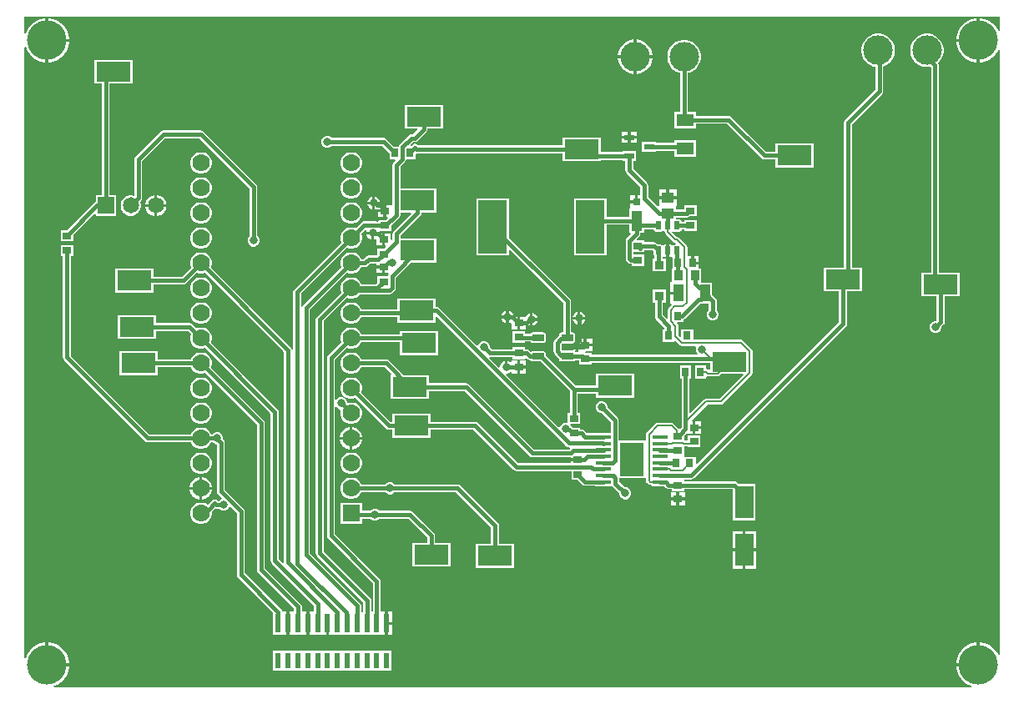
<source format=gbr>
G04*
G04 #@! TF.GenerationSoftware,Altium Limited,Altium Designer,22.4.2 (48)*
G04*
G04 Layer_Physical_Order=1*
G04 Layer_Color=255*
%FSLAX25Y25*%
%MOIN*%
G70*
G04*
G04 #@! TF.SameCoordinates,CF3C407C-0524-4A2E-8B94-90E9F096BC4F*
G04*
G04*
G04 #@! TF.FilePolarity,Positive*
G04*
G01*
G75*
%ADD12C,0.00787*%
%ADD17R,0.03543X0.02756*%
%ADD18R,0.02756X0.03543*%
%ADD19R,0.13780X0.07874*%
%ADD20R,0.03937X0.02362*%
%ADD21R,0.07087X0.05118*%
%ADD22R,0.03543X0.03150*%
%ADD23R,0.03150X0.03543*%
%ADD24R,0.07284X0.12992*%
G04:AMPARAMS|DCode=25|XSize=25.59mil|YSize=47.24mil|CornerRadius=1.92mil|HoleSize=0mil|Usage=FLASHONLY|Rotation=270.000|XOffset=0mil|YOffset=0mil|HoleType=Round|Shape=RoundedRectangle|*
%AMROUNDEDRECTD25*
21,1,0.02559,0.04341,0,0,270.0*
21,1,0.02175,0.04724,0,0,270.0*
1,1,0.00384,-0.02170,-0.01088*
1,1,0.00384,-0.02170,0.01088*
1,1,0.00384,0.02170,0.01088*
1,1,0.00384,0.02170,-0.01088*
%
%ADD25ROUNDEDRECTD25*%
G04:AMPARAMS|DCode=26|XSize=21.65mil|YSize=31.5mil|CornerRadius=1.95mil|HoleSize=0mil|Usage=FLASHONLY|Rotation=180.000|XOffset=0mil|YOffset=0mil|HoleType=Round|Shape=RoundedRectangle|*
%AMROUNDEDRECTD26*
21,1,0.02165,0.02760,0,0,180.0*
21,1,0.01776,0.03150,0,0,180.0*
1,1,0.00390,-0.00888,0.01380*
1,1,0.00390,0.00888,0.01380*
1,1,0.00390,0.00888,-0.01380*
1,1,0.00390,-0.00888,-0.01380*
%
%ADD26ROUNDEDRECTD26*%
G04:AMPARAMS|DCode=27|XSize=61.81mil|YSize=16.14mil|CornerRadius=2.02mil|HoleSize=0mil|Usage=FLASHONLY|Rotation=0.000|XOffset=0mil|YOffset=0mil|HoleType=Round|Shape=RoundedRectangle|*
%AMROUNDEDRECTD27*
21,1,0.06181,0.01211,0,0,0.0*
21,1,0.05778,0.01614,0,0,0.0*
1,1,0.00404,0.02889,-0.00605*
1,1,0.00404,-0.02889,-0.00605*
1,1,0.00404,-0.02889,0.00605*
1,1,0.00404,0.02889,0.00605*
%
%ADD27ROUNDEDRECTD27*%
%ADD28R,0.03543X0.03937*%
%ADD29R,0.11417X0.21260*%
%ADD30R,0.02362X0.06496*%
%ADD31R,0.02362X0.07284*%
%ADD32R,0.04331X0.07874*%
%ADD33R,0.03150X0.03150*%
%ADD34R,0.03740X0.03543*%
%ADD35R,0.03150X0.03543*%
%ADD36R,0.04331X0.06693*%
%ADD37R,0.05118X0.04331*%
%ADD65R,0.09764X0.13386*%
%ADD66C,0.01500*%
%ADD67C,0.07000*%
%ADD68R,0.07000X0.07000*%
%ADD69C,0.11811*%
%ADD70R,0.06500X0.06500*%
%ADD71C,0.06500*%
%ADD72C,0.15748*%
%ADD73C,0.03150*%
G36*
X391493Y264467D02*
X391003Y264369D01*
X390864Y264703D01*
X389893Y266157D01*
X388657Y267393D01*
X387203Y268364D01*
X385589Y269033D01*
X383874Y269374D01*
X383600D01*
Y260500D01*
Y251626D01*
X383874D01*
X385589Y251967D01*
X387203Y252636D01*
X388657Y253607D01*
X389893Y254843D01*
X390864Y256297D01*
X391003Y256631D01*
X391493Y256534D01*
Y14966D01*
X391003Y14869D01*
X390864Y15203D01*
X389893Y16657D01*
X388657Y17893D01*
X387203Y18864D01*
X385589Y19533D01*
X383874Y19874D01*
X383600D01*
Y11000D01*
X383000D01*
Y10400D01*
X374126D01*
Y10126D01*
X374467Y8411D01*
X375136Y6797D01*
X376107Y5343D01*
X377343Y4107D01*
X378797Y3136D01*
X380315Y2507D01*
X380216Y2007D01*
X13784D01*
X13685Y2507D01*
X15203Y3136D01*
X16657Y4107D01*
X17893Y5343D01*
X18864Y6797D01*
X19533Y8411D01*
X19874Y10126D01*
Y10400D01*
X11000D01*
Y11000D01*
X10400D01*
Y19874D01*
X10126D01*
X8411Y19533D01*
X6797Y18864D01*
X5343Y17893D01*
X4107Y16657D01*
X3136Y15203D01*
X2507Y13685D01*
X2007Y13784D01*
Y257716D01*
X2507Y257815D01*
X3136Y256297D01*
X4107Y254843D01*
X5343Y253607D01*
X6797Y252636D01*
X8411Y251967D01*
X10126Y251626D01*
X10400D01*
Y260500D01*
Y269374D01*
X10126D01*
X8411Y269033D01*
X6797Y268364D01*
X5343Y267393D01*
X4107Y266157D01*
X3136Y264703D01*
X2507Y263185D01*
X2007Y263284D01*
Y269993D01*
X391493D01*
Y264467D01*
D02*
G37*
%LPC*%
G36*
X382400Y269374D02*
X382126D01*
X380412Y269033D01*
X378797Y268364D01*
X377343Y267393D01*
X376107Y266157D01*
X375136Y264703D01*
X374467Y263088D01*
X374126Y261374D01*
Y261100D01*
X382400D01*
Y269374D01*
D02*
G37*
G36*
X11874D02*
X11600D01*
Y261100D01*
X19874D01*
Y261374D01*
X19533Y263088D01*
X18864Y264703D01*
X17893Y266157D01*
X16657Y267393D01*
X15203Y268364D01*
X13589Y269033D01*
X11874Y269374D01*
D02*
G37*
G36*
X246679Y260906D02*
X246599D01*
Y254600D01*
X252905D01*
Y254680D01*
X252639Y256014D01*
X252119Y257271D01*
X251363Y258402D01*
X250401Y259364D01*
X249270Y260120D01*
X248013Y260640D01*
X246679Y260906D01*
D02*
G37*
G36*
X245399D02*
X245319D01*
X243985Y260640D01*
X242728Y260120D01*
X241597Y259364D01*
X240635Y258402D01*
X239879Y257271D01*
X239359Y256014D01*
X239094Y254680D01*
Y254600D01*
X245399D01*
Y260906D01*
D02*
G37*
G36*
X382400Y259900D02*
X374126D01*
Y259626D01*
X374467Y257911D01*
X375136Y256297D01*
X376107Y254843D01*
X377343Y253607D01*
X378797Y252636D01*
X380412Y251967D01*
X382126Y251626D01*
X382400D01*
Y259900D01*
D02*
G37*
G36*
X19874D02*
X11600D01*
Y251626D01*
X11874D01*
X13589Y251967D01*
X15203Y252636D01*
X16657Y253607D01*
X17893Y254843D01*
X18864Y256297D01*
X19533Y257911D01*
X19874Y259626D01*
Y259900D01*
D02*
G37*
G36*
X252905Y253400D02*
X246599D01*
Y247094D01*
X246679D01*
X248013Y247360D01*
X249270Y247880D01*
X250401Y248636D01*
X251363Y249598D01*
X252119Y250729D01*
X252639Y251986D01*
X252905Y253320D01*
Y253400D01*
D02*
G37*
G36*
X245399D02*
X239094D01*
Y253320D01*
X239359Y251986D01*
X239879Y250729D01*
X240635Y249598D01*
X241597Y248636D01*
X242728Y247880D01*
X243985Y247360D01*
X245319Y247094D01*
X245399D01*
Y253400D01*
D02*
G37*
G36*
X246531Y223921D02*
X244162D01*
Y222340D01*
X246531D01*
Y223921D01*
D02*
G37*
G36*
X242962D02*
X240594D01*
Y222340D01*
X242962D01*
Y223921D01*
D02*
G37*
G36*
X270330Y220638D02*
X261668D01*
Y219567D01*
X254192D01*
Y219969D01*
X248680D01*
Y216032D01*
X254192D01*
Y216432D01*
X261668D01*
Y213945D01*
X270330D01*
Y220638D01*
D02*
G37*
G36*
X246531Y221140D02*
X244162D01*
Y219559D01*
X246531D01*
Y221140D01*
D02*
G37*
G36*
X242962D02*
X240594D01*
Y219559D01*
X242962D01*
Y221140D01*
D02*
G37*
G36*
X266158Y260693D02*
X264840D01*
X263547Y260436D01*
X262329Y259931D01*
X261233Y259199D01*
X260300Y258266D01*
X259568Y257170D01*
X259063Y255952D01*
X258806Y254659D01*
Y253341D01*
X259063Y252048D01*
X259568Y250830D01*
X260300Y249733D01*
X261233Y248801D01*
X262329Y248069D01*
X263547Y247564D01*
X263932Y247488D01*
Y232055D01*
X261668D01*
Y225362D01*
X270330D01*
Y227141D01*
X282642D01*
X296392Y213392D01*
X296900Y213052D01*
X297500Y212932D01*
X301822D01*
Y209776D01*
X317176D01*
Y219224D01*
X301822D01*
Y216068D01*
X298149D01*
X284400Y229817D01*
X283891Y230157D01*
X283291Y230276D01*
X270330D01*
Y232055D01*
X267067D01*
Y247488D01*
X267451Y247564D01*
X268669Y248069D01*
X269766Y248801D01*
X270698Y249733D01*
X271430Y250830D01*
X271935Y252048D01*
X272192Y253341D01*
Y254659D01*
X271935Y255952D01*
X271430Y257170D01*
X270698Y258266D01*
X269766Y259199D01*
X268669Y259931D01*
X267451Y260436D01*
X266158Y260693D01*
D02*
G37*
G36*
X133063Y215787D02*
X131935D01*
X130844Y215495D01*
X129867Y214931D01*
X129068Y214132D01*
X128504Y213155D01*
X128212Y212065D01*
Y210936D01*
X128504Y209845D01*
X129068Y208868D01*
X129867Y208069D01*
X130844Y207505D01*
X131935Y207213D01*
X133063D01*
X134154Y207505D01*
X135132Y208069D01*
X135930Y208868D01*
X136494Y209845D01*
X136786Y210936D01*
Y212065D01*
X136494Y213155D01*
X135930Y214132D01*
X135132Y214931D01*
X134154Y215495D01*
X133063Y215787D01*
D02*
G37*
G36*
X73063D02*
X71935D01*
X70844Y215495D01*
X69867Y214931D01*
X69068Y214132D01*
X68504Y213155D01*
X68212Y212065D01*
Y210936D01*
X68504Y209845D01*
X69068Y208868D01*
X69867Y208069D01*
X70844Y207505D01*
X71935Y207213D01*
X73063D01*
X74154Y207505D01*
X75132Y208069D01*
X75930Y208868D01*
X76494Y209845D01*
X76787Y210936D01*
Y212065D01*
X76494Y213155D01*
X75930Y214132D01*
X75132Y214931D01*
X74154Y215495D01*
X73063Y215787D01*
D02*
G37*
G36*
X262558Y200815D02*
X259599D01*
Y198250D01*
X262558D01*
Y200815D01*
D02*
G37*
G36*
X258399D02*
X255440D01*
Y198250D01*
X258399D01*
Y200815D01*
D02*
G37*
G36*
X133063Y205787D02*
X131935D01*
X130844Y205495D01*
X129867Y204931D01*
X129068Y204133D01*
X128504Y203155D01*
X128212Y202064D01*
Y200936D01*
X128504Y199845D01*
X129068Y198867D01*
X129867Y198069D01*
X130844Y197505D01*
X131935Y197213D01*
X133063D01*
X134154Y197505D01*
X135132Y198069D01*
X135930Y198867D01*
X136494Y199845D01*
X136786Y200936D01*
Y202064D01*
X136494Y203155D01*
X135930Y204133D01*
X135132Y204931D01*
X134154Y205495D01*
X133063Y205787D01*
D02*
G37*
G36*
X73063D02*
X71935D01*
X70844Y205495D01*
X69867Y204931D01*
X69068Y204133D01*
X68504Y203155D01*
X68212Y202064D01*
Y200936D01*
X68504Y199845D01*
X69068Y198867D01*
X69867Y198069D01*
X70844Y197505D01*
X71935Y197213D01*
X73063D01*
X74154Y197505D01*
X75132Y198069D01*
X75930Y198867D01*
X76494Y199845D01*
X76787Y200936D01*
Y202064D01*
X76494Y203155D01*
X75930Y204133D01*
X75132Y204931D01*
X74154Y205495D01*
X73063Y205787D01*
D02*
G37*
G36*
X245899Y198496D02*
X243924D01*
Y196521D01*
X245899D01*
Y198496D01*
D02*
G37*
G36*
X142100Y198005D02*
Y196100D01*
X144005D01*
X143899Y196494D01*
X143560Y197081D01*
X143081Y197560D01*
X142494Y197899D01*
X142100Y198005D01*
D02*
G37*
G36*
X140900D02*
X140506Y197899D01*
X139919Y197560D01*
X139440Y197081D01*
X139101Y196494D01*
X138995Y196100D01*
X140900D01*
Y198005D01*
D02*
G37*
G36*
X55099Y198739D02*
Y195100D01*
X58738D01*
X58460Y196141D01*
X57900Y197110D01*
X57109Y197901D01*
X56139Y198460D01*
X55099Y198739D01*
D02*
G37*
G36*
X53899D02*
X52859Y198460D01*
X51889Y197901D01*
X51098Y197110D01*
X50539Y196141D01*
X50260Y195100D01*
X53899D01*
Y198739D01*
D02*
G37*
G36*
X144275Y194900D02*
X142100D01*
Y192995D01*
X142494Y193101D01*
X142727Y193236D01*
X143126Y193006D01*
X145399D01*
Y194783D01*
X144365D01*
X144275Y194900D01*
D02*
G37*
G36*
X140900D02*
X138995D01*
X139101Y194506D01*
X139440Y193919D01*
X139919Y193440D01*
X140506Y193101D01*
X140900Y192995D01*
Y194900D01*
D02*
G37*
G36*
X45176Y252724D02*
X29822D01*
Y243276D01*
X32932D01*
Y198537D01*
X30462D01*
Y195951D01*
X30447Y195948D01*
X29939Y195608D01*
X18949Y184618D01*
X16441D01*
Y180287D01*
X21559D01*
Y182795D01*
X30000Y191236D01*
X30462Y191044D01*
Y190463D01*
X38537D01*
Y198537D01*
X36067D01*
Y243276D01*
X45176D01*
Y252724D01*
D02*
G37*
G36*
X58738Y193900D02*
X55099D01*
Y190261D01*
X56139Y190540D01*
X57109Y191099D01*
X57900Y191891D01*
X58460Y192860D01*
X58738Y193900D01*
D02*
G37*
G36*
X53899D02*
X50260D01*
X50539Y192860D01*
X51098Y191891D01*
X51889Y191099D01*
X52859Y190540D01*
X53899Y190261D01*
Y193900D01*
D02*
G37*
G36*
X145399Y191806D02*
X143227D01*
Y190028D01*
X145399D01*
Y191806D01*
D02*
G37*
G36*
X133063Y195787D02*
X131935D01*
X130844Y195495D01*
X129867Y194931D01*
X129068Y194132D01*
X128504Y193155D01*
X128212Y192064D01*
Y190936D01*
X128504Y189845D01*
X129068Y188867D01*
X129867Y188069D01*
X130844Y187505D01*
X131935Y187213D01*
X133063D01*
X134154Y187505D01*
X135132Y188069D01*
X135930Y188867D01*
X136494Y189845D01*
X136786Y190936D01*
Y192064D01*
X136494Y193155D01*
X135930Y194132D01*
X135132Y194931D01*
X134154Y195495D01*
X133063Y195787D01*
D02*
G37*
G36*
X73063D02*
X71935D01*
X70844Y195495D01*
X69867Y194931D01*
X69068Y194132D01*
X68504Y193155D01*
X68212Y192064D01*
Y190936D01*
X68504Y189845D01*
X69068Y188867D01*
X69867Y188069D01*
X70844Y187505D01*
X71935Y187213D01*
X73063D01*
X74154Y187505D01*
X75132Y188069D01*
X75930Y188867D01*
X76494Y189845D01*
X76787Y190936D01*
Y192064D01*
X76494Y193155D01*
X75930Y194132D01*
X75132Y194931D01*
X74154Y195495D01*
X73063Y195787D01*
D02*
G37*
G36*
X343658Y263193D02*
X342340D01*
X341047Y262936D01*
X339829Y262431D01*
X338733Y261699D01*
X337800Y260767D01*
X337068Y259670D01*
X336563Y258452D01*
X336306Y257159D01*
Y255841D01*
X336563Y254548D01*
X337068Y253330D01*
X337800Y252234D01*
X338733Y251301D01*
X339829Y250569D01*
X341047Y250064D01*
X341932Y249888D01*
Y240859D01*
X329892Y228819D01*
X329552Y228311D01*
X329433Y227711D01*
Y169724D01*
X321322D01*
Y160276D01*
X327432D01*
Y147873D01*
X270579Y91020D01*
X270117Y91212D01*
Y94059D01*
X265924D01*
X265891Y94088D01*
X265558Y94382D01*
X265558Y94580D01*
X265558D01*
Y98193D01*
X266940D01*
Y97882D01*
X272058D01*
Y102606D01*
X266940D01*
Y100602D01*
X265737D01*
X265721Y100613D01*
X265558Y100645D01*
Y102598D01*
X266313Y103353D01*
X266727Y103181D01*
Y103181D01*
X268899D01*
Y105756D01*
Y108331D01*
X268871D01*
X268680Y108793D01*
X274877Y114990D01*
X280191D01*
X280191Y114990D01*
X280652Y115082D01*
X281043Y115343D01*
X292422Y126722D01*
X292422Y126722D01*
X292683Y127113D01*
X292775Y127574D01*
Y136426D01*
X292775Y136426D01*
X292683Y136887D01*
X292422Y137278D01*
X289093Y140607D01*
X288702Y140868D01*
X288241Y140960D01*
X288241Y140960D01*
X271358D01*
X271358Y140960D01*
X270898Y140868D01*
X270817Y140814D01*
X269101D01*
Y145122D01*
X264377D01*
Y142265D01*
X263915Y142073D01*
X263219Y142769D01*
Y146404D01*
X263219Y146405D01*
X263127Y146865D01*
X262866Y147256D01*
X262866Y147256D01*
X262706Y147416D01*
X262898Y147878D01*
X265361D01*
Y148996D01*
X265860Y149329D01*
X271867Y155336D01*
X272399D01*
X272550Y155366D01*
X275432D01*
Y152773D01*
X274997Y152338D01*
X274638Y151470D01*
Y150530D01*
X274997Y149662D01*
X275662Y148997D01*
X276530Y148638D01*
X277470D01*
X278338Y148997D01*
X279003Y149662D01*
X279362Y150530D01*
Y151470D01*
X279003Y152338D01*
X278568Y152773D01*
Y156314D01*
X278448Y156914D01*
X278108Y157422D01*
X276767Y158764D01*
Y163634D01*
X272859D01*
X272405Y163744D01*
Y169256D01*
X271330D01*
Y170900D01*
X268952D01*
Y171500D01*
X268352D01*
Y174272D01*
X266810D01*
Y177828D01*
X266810Y177828D01*
X266718Y178289D01*
X266457Y178679D01*
X266457Y178679D01*
X263390Y181746D01*
X263000Y182007D01*
X262571Y182092D01*
X260731Y183932D01*
X260804Y184108D01*
X261400Y184260D01*
X261468Y184214D01*
X261852Y184138D01*
X263627D01*
X264010Y184214D01*
X264335Y184432D01*
X264552Y184757D01*
X264597Y184980D01*
X265440D01*
Y184382D01*
X270558D01*
Y188713D01*
X265440D01*
Y188115D01*
X264586D01*
X264552Y188283D01*
X264335Y188608D01*
X264010Y188825D01*
X263627Y188901D01*
X262346D01*
Y189783D01*
X266503D01*
X267103Y189902D01*
X267611Y190242D01*
X267657Y190287D01*
X270558D01*
Y194618D01*
X265440D01*
Y192918D01*
X262346D01*
X262346Y194072D01*
X262558Y194484D01*
X262558Y194715D01*
Y197050D01*
X255440D01*
Y194484D01*
X255443Y194478D01*
X255392Y194338D01*
X254813Y194210D01*
X251179Y197844D01*
Y202487D01*
X251060Y203087D01*
X250720Y203596D01*
X245130Y209186D01*
Y212291D01*
X246318D01*
Y216228D01*
X240806D01*
Y215827D01*
X232176D01*
Y221724D01*
X216822D01*
Y218567D01*
X159249D01*
X159134Y218682D01*
X159134Y218682D01*
X158626Y219022D01*
X158026Y219142D01*
X157426Y219022D01*
X156917Y218682D01*
X156509Y218274D01*
X156353Y218302D01*
X156184Y218839D01*
X157234Y219889D01*
X157877D01*
X158476Y220008D01*
X158985Y220348D01*
X162608Y223970D01*
X162947Y224479D01*
X163067Y225079D01*
Y225276D01*
X169176D01*
Y234724D01*
X153822D01*
Y225276D01*
X158826D01*
X159017Y224814D01*
X157227Y223024D01*
X156584D01*
X155984Y222904D01*
X155476Y222565D01*
X151853Y218942D01*
X151514Y218434D01*
X151439Y218059D01*
X149704D01*
X146655Y221108D01*
X146146Y221448D01*
X145546Y221568D01*
X124772D01*
X124337Y222003D01*
X123469Y222362D01*
X122529D01*
X121661Y222003D01*
X120996Y221338D01*
X120637Y220470D01*
Y219530D01*
X120996Y218662D01*
X121661Y217997D01*
X122529Y217638D01*
X123469D01*
X124337Y217997D01*
X124772Y218432D01*
X144897D01*
X147881Y215449D01*
Y212941D01*
X149941D01*
X150132Y212479D01*
X149463Y211810D01*
X149124Y211302D01*
X149004Y210702D01*
Y195187D01*
X148771Y194783D01*
X146599D01*
Y192405D01*
Y190028D01*
X147050D01*
X147242Y189566D01*
X146341Y188665D01*
X143440D01*
Y188299D01*
X142940Y188088D01*
X142414Y188192D01*
X137624D01*
X137024Y188073D01*
X136516Y187733D01*
X134232Y185450D01*
X134154Y185495D01*
X133063Y185787D01*
X131935D01*
X130844Y185495D01*
X129867Y184931D01*
X129068Y184133D01*
X128504Y183155D01*
X128212Y182064D01*
Y180936D01*
X128504Y179845D01*
X128549Y179767D01*
X109891Y161108D01*
X109551Y160600D01*
X109432Y160000D01*
Y53081D01*
X108932Y52814D01*
X108854Y52866D01*
Y136713D01*
X108735Y137312D01*
X108395Y137821D01*
X76449Y169767D01*
X76494Y169845D01*
X76787Y170936D01*
Y172064D01*
X76494Y173155D01*
X75930Y174133D01*
X75132Y174931D01*
X74154Y175495D01*
X73063Y175787D01*
X71935D01*
X70844Y175495D01*
X69867Y174931D01*
X69068Y174133D01*
X68504Y173155D01*
X68212Y172064D01*
Y170936D01*
X68504Y169845D01*
X68549Y169767D01*
X64850Y166068D01*
X53676D01*
Y169224D01*
X38322D01*
Y159776D01*
X53676D01*
Y162933D01*
X65499D01*
X66099Y163052D01*
X66607Y163392D01*
X70766Y167550D01*
X70844Y167505D01*
X71935Y167213D01*
X73063D01*
X74154Y167505D01*
X74232Y167550D01*
X105719Y136063D01*
Y51839D01*
X105752Y51671D01*
X105292Y51424D01*
X103568Y53148D01*
Y111999D01*
X103448Y112599D01*
X103108Y113108D01*
X76449Y139767D01*
X76494Y139845D01*
X76787Y140936D01*
Y142064D01*
X76494Y143155D01*
X75930Y144132D01*
X75132Y144931D01*
X74154Y145495D01*
X73063Y145787D01*
X71935D01*
X70844Y145495D01*
X70766Y145450D01*
X69108Y147108D01*
X68599Y147448D01*
X67999Y147567D01*
X54676D01*
Y150724D01*
X39322D01*
Y141276D01*
X54676D01*
Y144432D01*
X67350D01*
X68549Y143233D01*
X68504Y143155D01*
X68212Y142064D01*
Y140936D01*
X68504Y139845D01*
X69068Y138867D01*
X69867Y138069D01*
X70844Y137505D01*
X71935Y137213D01*
X73063D01*
X74154Y137505D01*
X74232Y137550D01*
X100433Y111350D01*
Y52499D01*
X100552Y51899D01*
X100892Y51391D01*
X117558Y34725D01*
Y32564D01*
X117369Y32142D01*
X115788D01*
Y27500D01*
Y22858D01*
X117369D01*
Y23071D01*
X120881D01*
Y22858D01*
X122462D01*
Y27500D01*
X123662D01*
Y22858D01*
X125243D01*
Y23071D01*
X132405D01*
X132905Y23071D01*
Y23071D01*
X132905D01*
Y23071D01*
X136342D01*
X136842Y23071D01*
Y23071D01*
X136842D01*
Y23071D01*
X140279D01*
X140779Y23071D01*
X141279Y23071D01*
X144503D01*
Y22858D01*
X146084D01*
Y27500D01*
Y32142D01*
X144503D01*
X144315Y32564D01*
Y44252D01*
X144195Y44852D01*
X143856Y45360D01*
X126067Y63148D01*
Y113938D01*
X126236Y114026D01*
X126567Y114092D01*
X127162Y113497D01*
X128030Y113138D01*
X128089D01*
X128393Y112741D01*
X128212Y112065D01*
Y110936D01*
X128504Y109845D01*
X129068Y108868D01*
X129867Y108069D01*
X130844Y107505D01*
X131935Y107213D01*
X133063D01*
X134154Y107505D01*
X135132Y108069D01*
X135930Y108868D01*
X136494Y109845D01*
X136786Y110936D01*
Y112065D01*
X136494Y113155D01*
X135930Y114132D01*
X135132Y114931D01*
X134154Y115495D01*
X133063Y115787D01*
X131935D01*
X131259Y115606D01*
X130862Y115911D01*
Y115970D01*
X130503Y116838D01*
X129838Y117503D01*
X128970Y117862D01*
X128030D01*
X127162Y117503D01*
X126567Y116908D01*
X126236Y116974D01*
X126067Y117061D01*
Y132852D01*
X130766Y137550D01*
X130844Y137505D01*
X131935Y137213D01*
X133063D01*
X134154Y137505D01*
X135132Y138069D01*
X135930Y138867D01*
X136494Y139845D01*
X136518Y139933D01*
X151822D01*
Y134776D01*
X167176D01*
Y144224D01*
X151822D01*
Y143068D01*
X136518D01*
X136494Y143155D01*
X135930Y144132D01*
X135132Y144931D01*
X134154Y145495D01*
X133063Y145787D01*
X131935D01*
X130844Y145495D01*
X129867Y144931D01*
X129068Y144132D01*
X128504Y143155D01*
X128212Y142064D01*
Y140936D01*
X128504Y139845D01*
X128549Y139767D01*
X123392Y134609D01*
X123052Y134101D01*
X122933Y133501D01*
Y62499D01*
X123052Y61899D01*
X123392Y61391D01*
X141180Y43603D01*
Y32609D01*
X140824Y32297D01*
X140680Y32273D01*
X140567Y32385D01*
Y36500D01*
X140447Y37100D01*
X140108Y37608D01*
X121567Y56148D01*
Y148352D01*
X130766Y157550D01*
X130844Y157505D01*
X131935Y157213D01*
X133063D01*
X134154Y157505D01*
X135132Y158069D01*
X135930Y158868D01*
X136044Y159064D01*
X147908D01*
X148507Y159184D01*
X149016Y159523D01*
X149917Y160424D01*
X150256Y160933D01*
X150376Y161532D01*
Y165660D01*
X156491Y171776D01*
X166676D01*
Y181224D01*
X152139D01*
Y182502D01*
X160108Y190470D01*
X160447Y190979D01*
X160567Y191579D01*
Y191776D01*
X166676D01*
Y201224D01*
X152139D01*
Y210052D01*
X154070Y211983D01*
X154410Y212492D01*
X154499Y212941D01*
X158117D01*
Y215019D01*
X158600Y215433D01*
X216822D01*
Y212276D01*
X232176D01*
Y212692D01*
X240806D01*
Y212291D01*
X241995D01*
Y208536D01*
X242114Y207937D01*
X242454Y207428D01*
X248044Y201838D01*
Y198496D01*
X247099D01*
Y195921D01*
X246499D01*
Y195321D01*
X243924D01*
Y193347D01*
X243546Y193165D01*
Y190008D01*
X234483D01*
Y197417D01*
X221491D01*
Y174583D01*
X234483D01*
Y186873D01*
X243546D01*
Y183716D01*
X244069D01*
X244260Y183255D01*
X242582Y181576D01*
X242242Y181067D01*
X242123Y180467D01*
Y173297D01*
X242242Y172697D01*
X242582Y172189D01*
X243135Y171636D01*
X243643Y171296D01*
X244243Y171177D01*
X244440D01*
Y170382D01*
X249558D01*
Y175106D01*
X245258D01*
Y175894D01*
X247869D01*
X248021Y175864D01*
X248172Y175894D01*
X249558D01*
Y176688D01*
X252834D01*
X253370Y176153D01*
Y175100D01*
X253446Y174717D01*
X253663Y174392D01*
X253691Y174373D01*
Y173260D01*
X252842D01*
Y168142D01*
X258157D01*
Y173260D01*
X256826D01*
Y173973D01*
X257031Y174101D01*
X257327Y174188D01*
X257645Y173975D01*
X258111Y173882D01*
X258399D01*
Y176480D01*
Y179078D01*
X258111D01*
X257645Y178986D01*
X257250Y178722D01*
X256641Y178711D01*
X256530Y178786D01*
X256147Y178862D01*
X255094D01*
X254573Y179383D01*
X254573Y179383D01*
X254064Y179723D01*
X253464Y179842D01*
X253368Y179823D01*
X249558D01*
Y180618D01*
X246711D01*
X246519Y181080D01*
X247607Y182168D01*
X247947Y182677D01*
X248067Y183277D01*
Y183716D01*
X249452D01*
Y184952D01*
X253407D01*
X253446Y184757D01*
X253663Y184432D01*
X253988Y184214D01*
X254371Y184138D01*
X256147D01*
X256530Y184214D01*
X256855Y184432D01*
X257403D01*
X257728Y184214D01*
X257795Y183961D01*
X257887Y183500D01*
X258148Y183109D01*
X261214Y180043D01*
X261214Y180043D01*
X261605Y179782D01*
X262034Y179696D01*
X262406Y179324D01*
X262215Y178862D01*
X261852D01*
X261468Y178786D01*
X261357Y178711D01*
X260748Y178722D01*
X260353Y178986D01*
X259887Y179078D01*
X259599D01*
Y176480D01*
Y173882D01*
X259887D01*
X260353Y173975D01*
X260381Y173994D01*
X260881Y173726D01*
Y169256D01*
X260594D01*
Y163847D01*
X260019D01*
Y160100D01*
X263184D01*
Y158900D01*
X260019D01*
Y155154D01*
X260289D01*
X260496Y154654D01*
X259392Y153549D01*
X259131Y153159D01*
X259039Y152698D01*
X259039Y152698D01*
Y149520D01*
X258577Y149328D01*
X257067Y150838D01*
Y155740D01*
X258157D01*
Y160858D01*
X252842D01*
Y155740D01*
X253932D01*
Y150189D01*
X254051Y149589D01*
X254391Y149081D01*
X257691Y145780D01*
Y145122D01*
X256897D01*
Y140004D01*
X261621D01*
Y140308D01*
X262083Y140499D01*
X263824Y138759D01*
X264214Y138498D01*
X264675Y138406D01*
X269984D01*
X270318Y137906D01*
X270138Y137470D01*
Y136530D01*
X270497Y135662D01*
X270848Y135312D01*
X270641Y134812D01*
X228558D01*
Y135606D01*
X226096D01*
X226009Y135740D01*
X226231Y136181D01*
X228771D01*
Y138156D01*
X223227D01*
Y136327D01*
X223227Y136181D01*
X222874Y135827D01*
X222286D01*
X222019Y136327D01*
X222099Y136447D01*
X222192Y136912D01*
Y137400D01*
X218806D01*
Y138600D01*
X222192D01*
Y139088D01*
X222099Y139553D01*
X221836Y139947D01*
X221730Y140018D01*
X221899Y140270D01*
X221975Y140653D01*
Y142828D01*
X221899Y143210D01*
X221683Y143534D01*
X221359Y143750D01*
X220976Y143826D01*
X220374D01*
Y156205D01*
X220254Y156805D01*
X219915Y157313D01*
X195507Y181721D01*
Y197417D01*
X182515D01*
Y174583D01*
X195507D01*
Y176634D01*
X195969Y176825D01*
X217239Y155555D01*
Y143826D01*
X216636D01*
X216254Y143750D01*
X215930Y143534D01*
X215713Y143210D01*
X215637Y142828D01*
Y142608D01*
X215205Y142319D01*
X213798Y140912D01*
X213458Y140404D01*
X213339Y139804D01*
Y136196D01*
X213458Y135596D01*
X213798Y135088D01*
X215205Y133681D01*
X215637Y133392D01*
Y133172D01*
X215713Y132790D01*
X215930Y132466D01*
X216254Y132250D01*
X216636Y132174D01*
X220976D01*
X221359Y132250D01*
X221683Y132466D01*
X221834Y132692D01*
X223440D01*
Y130882D01*
X228558D01*
Y131677D01*
X275823D01*
Y128870D01*
X275323Y128695D01*
X275167Y128851D01*
X274776Y129113D01*
X274315Y129204D01*
X274118Y129628D01*
Y130559D01*
X269787D01*
Y125441D01*
X274118D01*
Y125900D01*
X274234Y126011D01*
X274618Y126228D01*
X274948Y126163D01*
X278867D01*
X278867Y126163D01*
X279328Y126254D01*
X279719Y126515D01*
X280479Y127276D01*
X288916D01*
X289108Y126814D01*
X279693Y117399D01*
X274379D01*
X274378Y117399D01*
X273918Y117307D01*
X273527Y117046D01*
X273527Y117046D01*
X268077Y111596D01*
X267615Y111787D01*
Y125441D01*
X268213D01*
Y130559D01*
X263882D01*
Y125441D01*
X264480D01*
Y107863D01*
Y105953D01*
X263840Y105313D01*
X263301Y105402D01*
X261351Y107352D01*
X260961Y107613D01*
X260500Y107704D01*
X260500Y107704D01*
X254892D01*
X254431Y107613D01*
X254040Y107352D01*
X254040Y107352D01*
X250675Y103986D01*
X250414Y103596D01*
X250322Y103135D01*
X250322Y103135D01*
Y100917D01*
X250168Y100480D01*
X249822Y100480D01*
X239395D01*
Y108671D01*
X239276Y109271D01*
X238936Y109780D01*
X234861Y113855D01*
Y114470D01*
X234502Y115338D01*
X233837Y116003D01*
X232969Y116362D01*
X232029D01*
X231161Y116003D01*
X230497Y115338D01*
X230137Y114470D01*
Y113530D01*
X230497Y112662D01*
X231161Y111997D01*
X232029Y111638D01*
X232645D01*
X236260Y108022D01*
Y103711D01*
X236089Y103571D01*
X230311D01*
X230078Y103524D01*
X226692D01*
X225560Y104656D01*
X225052Y104996D01*
X224452Y105115D01*
X224058D01*
Y105713D01*
X221157D01*
X220857Y106013D01*
X220348Y106352D01*
X220261Y106370D01*
X220183Y106558D01*
X219954Y106787D01*
X220161Y107287D01*
X224058D01*
Y111618D01*
X223067D01*
Y119468D01*
X230323D01*
Y117776D01*
X245677D01*
Y127224D01*
X230323D01*
Y122603D01*
X222148D01*
X210361Y134390D01*
Y135347D01*
X210285Y135730D01*
X210068Y136054D01*
X209744Y136270D01*
X209362Y136346D01*
X205022D01*
X204640Y136270D01*
X204316Y136054D01*
X204273Y136049D01*
X203714Y136608D01*
X203205Y136948D01*
X202605Y137067D01*
X202058D01*
Y137862D01*
X196940D01*
Y137067D01*
X188648D01*
X187861Y137855D01*
Y138470D01*
X187502Y139338D01*
X186837Y140003D01*
X185969Y140362D01*
X185029D01*
X184161Y140003D01*
X183496Y139338D01*
X183229Y138693D01*
X182675Y138541D01*
X167607Y153608D01*
X167099Y153948D01*
X166499Y154068D01*
X166176D01*
Y157224D01*
X150822D01*
Y153068D01*
X136518D01*
X136494Y153155D01*
X135930Y154132D01*
X135132Y154931D01*
X134154Y155495D01*
X133063Y155787D01*
X131935D01*
X130844Y155495D01*
X129867Y154931D01*
X129068Y154132D01*
X128504Y153155D01*
X128212Y152065D01*
Y150936D01*
X128504Y149845D01*
X129068Y148867D01*
X129867Y148069D01*
X130844Y147505D01*
X131935Y147213D01*
X133063D01*
X134154Y147505D01*
X135132Y148069D01*
X135930Y148867D01*
X136494Y149845D01*
X136518Y149933D01*
X150822D01*
Y147776D01*
X166176D01*
Y149953D01*
X166638Y150144D01*
X218391Y98392D01*
X218899Y98052D01*
X219499Y97932D01*
X219731D01*
X219938Y97433D01*
X219573Y97067D01*
X205648D01*
X179607Y123108D01*
X179099Y123448D01*
X178499Y123567D01*
X163676D01*
Y126724D01*
X153491D01*
X147608Y132608D01*
X147099Y132948D01*
X146499Y133068D01*
X136518D01*
X136494Y133155D01*
X135930Y134133D01*
X135132Y134931D01*
X134154Y135495D01*
X133063Y135787D01*
X131935D01*
X130844Y135495D01*
X129867Y134931D01*
X129068Y134133D01*
X128504Y133155D01*
X128212Y132064D01*
Y130936D01*
X128504Y129845D01*
X129068Y128867D01*
X129867Y128069D01*
X130844Y127505D01*
X131935Y127213D01*
X133063D01*
X134154Y127505D01*
X135132Y128069D01*
X135930Y128867D01*
X136494Y129845D01*
X136518Y129932D01*
X145850D01*
X148596Y127186D01*
X148405Y126724D01*
X148322D01*
Y117276D01*
X163676D01*
Y120432D01*
X177850D01*
X203891Y94392D01*
X204399Y94052D01*
X204999Y93932D01*
X220222D01*
X220227Y93928D01*
Y93553D01*
X222999D01*
Y92353D01*
X220227D01*
Y91605D01*
X199111D01*
X183107Y107608D01*
X182599Y107948D01*
X181999Y108068D01*
X164176D01*
Y111224D01*
X148822D01*
Y108068D01*
X148148D01*
X136449Y119767D01*
X136494Y119845D01*
X136786Y120936D01*
Y122064D01*
X136494Y123155D01*
X135930Y124133D01*
X135132Y124931D01*
X134154Y125495D01*
X133063Y125787D01*
X131935D01*
X130844Y125495D01*
X129867Y124931D01*
X129068Y124133D01*
X128504Y123155D01*
X128212Y122064D01*
Y120936D01*
X128504Y119845D01*
X129068Y118868D01*
X129867Y118069D01*
X130844Y117505D01*
X131935Y117213D01*
X133063D01*
X134154Y117505D01*
X134232Y117550D01*
X146391Y105392D01*
X146899Y105052D01*
X147499Y104932D01*
X148822D01*
Y101776D01*
X164176D01*
Y104932D01*
X181350D01*
X197353Y88929D01*
X197862Y88589D01*
X198462Y88470D01*
X220440D01*
Y84882D01*
X222948D01*
X224895Y82935D01*
X225403Y82595D01*
X226003Y82476D01*
X230078D01*
X230311Y82429D01*
X236089D01*
X236475Y82506D01*
X236728Y82675D01*
X236971Y82311D01*
X239637Y79645D01*
Y79030D01*
X239997Y78162D01*
X240661Y77497D01*
X241529Y77138D01*
X242469D01*
X243337Y77497D01*
X244002Y78162D01*
X244361Y79030D01*
Y79970D01*
X244002Y80838D01*
X243337Y81503D01*
X242469Y81862D01*
X241854D01*
X239647Y84069D01*
Y85520D01*
X249822D01*
X250168Y85520D01*
X250322Y85084D01*
Y84505D01*
X250322Y84505D01*
X250414Y84044D01*
X250675Y83653D01*
X251136Y83192D01*
X251136Y83192D01*
X251527Y82931D01*
X251988Y82839D01*
X251988Y82839D01*
X252120D01*
X252196Y82725D01*
X252524Y82506D01*
X252909Y82429D01*
X255801D01*
X255855Y82419D01*
X257490D01*
X258261Y81647D01*
X258769Y81308D01*
X259369Y81188D01*
X260440D01*
Y80394D01*
X265558D01*
Y81188D01*
X284948D01*
X285070Y81067D01*
Y68717D01*
X293928D01*
Y83284D01*
X287287D01*
X286706Y83864D01*
X286197Y84204D01*
X285597Y84323D01*
X265558D01*
Y85035D01*
X268378D01*
X268978Y85154D01*
X269486Y85494D01*
X330107Y146115D01*
X330447Y146624D01*
X330567Y147223D01*
Y160276D01*
X336676D01*
Y169724D01*
X332568D01*
Y227062D01*
X344607Y239102D01*
X344947Y239610D01*
X345067Y240210D01*
Y250112D01*
X346169Y250569D01*
X347266Y251301D01*
X348198Y252234D01*
X348930Y253330D01*
X349435Y254548D01*
X349692Y255841D01*
Y257159D01*
X349435Y258452D01*
X348930Y259670D01*
X348198Y260767D01*
X347266Y261699D01*
X346169Y262431D01*
X344951Y262936D01*
X343658Y263193D01*
D02*
G37*
G36*
X72500Y224568D02*
X57500D01*
X56900Y224448D01*
X56392Y224108D01*
X46392Y214108D01*
X46052Y213600D01*
X45932Y213000D01*
Y198706D01*
X45536Y198402D01*
X45031Y198537D01*
X43968D01*
X42941Y198262D01*
X42020Y197731D01*
X41268Y196979D01*
X40737Y196058D01*
X40462Y195031D01*
Y193968D01*
X40737Y192942D01*
X41268Y192021D01*
X42020Y191269D01*
X42941Y190738D01*
X43968Y190463D01*
X45031D01*
X46058Y190738D01*
X46978Y191269D01*
X47730Y192021D01*
X48261Y192942D01*
X48537Y193968D01*
Y195031D01*
X48264Y196048D01*
X48608Y196393D01*
X48948Y196901D01*
X49068Y197501D01*
Y212351D01*
X58149Y221432D01*
X71851D01*
X91932Y201351D01*
Y182273D01*
X91497Y181838D01*
X91138Y180970D01*
Y180030D01*
X91497Y179162D01*
X92162Y178497D01*
X93030Y178138D01*
X93970D01*
X94838Y178497D01*
X95503Y179162D01*
X95862Y180030D01*
Y180970D01*
X95503Y181838D01*
X95068Y182273D01*
Y202000D01*
X94948Y202600D01*
X94608Y203108D01*
X73608Y224108D01*
X73100Y224448D01*
X73000Y224468D01*
X72500Y224568D01*
D02*
G37*
G36*
X73063Y185787D02*
X71935D01*
X70844Y185495D01*
X69867Y184931D01*
X69068Y184133D01*
X68504Y183155D01*
X68212Y182064D01*
Y180936D01*
X68504Y179845D01*
X69068Y178867D01*
X69867Y178069D01*
X70844Y177505D01*
X71935Y177213D01*
X73063D01*
X74154Y177505D01*
X75132Y178069D01*
X75930Y178867D01*
X76494Y179845D01*
X76787Y180936D01*
Y182064D01*
X76494Y183155D01*
X75930Y184133D01*
X75132Y184931D01*
X74154Y185495D01*
X73063Y185787D01*
D02*
G37*
G36*
X271330Y174272D02*
X269552D01*
Y172100D01*
X271330D01*
Y174272D01*
D02*
G37*
G36*
X73063Y165787D02*
X71935D01*
X70844Y165495D01*
X69867Y164931D01*
X69068Y164132D01*
X68504Y163155D01*
X68212Y162065D01*
Y160936D01*
X68504Y159845D01*
X69068Y158868D01*
X69867Y158069D01*
X70844Y157505D01*
X71935Y157213D01*
X73063D01*
X74154Y157505D01*
X75132Y158069D01*
X75930Y158868D01*
X76494Y159845D01*
X76787Y160936D01*
Y162065D01*
X76494Y163155D01*
X75930Y164132D01*
X75132Y164931D01*
X74154Y165495D01*
X73063Y165787D01*
D02*
G37*
G36*
X194400Y152505D02*
X194006Y152399D01*
X193419Y152060D01*
X192940Y151581D01*
X192601Y150994D01*
X192495Y150600D01*
X194400D01*
Y152505D01*
D02*
G37*
G36*
X224100Y152005D02*
Y150100D01*
X226005D01*
X225899Y150494D01*
X225560Y151081D01*
X225081Y151560D01*
X224494Y151899D01*
X224100Y152005D01*
D02*
G37*
G36*
X222900D02*
X222506Y151899D01*
X221919Y151560D01*
X221440Y151081D01*
X221101Y150494D01*
X220995Y150100D01*
X222900D01*
Y152005D01*
D02*
G37*
G36*
X205100Y151505D02*
Y149600D01*
X207005D01*
X206899Y149994D01*
X206560Y150581D01*
X206081Y151060D01*
X205494Y151399D01*
X205100Y151505D01*
D02*
G37*
G36*
X194400Y149400D02*
X192495D01*
X192601Y149006D01*
X192940Y148419D01*
X193419Y147940D01*
X194006Y147601D01*
X194400Y147495D01*
Y149400D01*
D02*
G37*
G36*
X73063Y155787D02*
X71935D01*
X70844Y155495D01*
X69867Y154931D01*
X69068Y154132D01*
X68504Y153155D01*
X68212Y152065D01*
Y150936D01*
X68504Y149845D01*
X69068Y148867D01*
X69867Y148069D01*
X70844Y147505D01*
X71935Y147213D01*
X73063D01*
X74154Y147505D01*
X75132Y148069D01*
X75930Y148867D01*
X76494Y149845D01*
X76787Y150936D01*
Y152065D01*
X76494Y153155D01*
X75930Y154132D01*
X75132Y154931D01*
X74154Y155495D01*
X73063Y155787D01*
D02*
G37*
G36*
X226005Y148900D02*
X224100D01*
Y146995D01*
X224494Y147101D01*
X225081Y147440D01*
X225560Y147919D01*
X225899Y148506D01*
X226005Y148900D01*
D02*
G37*
G36*
X222900D02*
X220995D01*
X221101Y148506D01*
X221440Y147919D01*
X221919Y147440D01*
X222506Y147101D01*
X222900Y146995D01*
Y148900D01*
D02*
G37*
G36*
X207005Y148400D02*
X205100D01*
Y146495D01*
X205494Y146601D01*
X206081Y146940D01*
X206560Y147419D01*
X206899Y148006D01*
X207005Y148400D01*
D02*
G37*
G36*
X203900Y151505D02*
X203506Y151399D01*
X202919Y151060D01*
X202440Y150581D01*
X202154Y150087D01*
X200099D01*
Y147512D01*
Y144937D01*
X202271D01*
Y146881D01*
X202771Y147088D01*
X202919Y146940D01*
X203506Y146601D01*
X203900Y146495D01*
Y149000D01*
Y151505D01*
D02*
G37*
G36*
X195600Y152505D02*
Y150000D01*
Y147495D01*
X195994Y147601D01*
X196227Y147736D01*
X196727Y147447D01*
Y144937D01*
X198899D01*
Y147512D01*
Y150087D01*
X197575D01*
Y150339D01*
X197399Y150994D01*
X197060Y151581D01*
X196581Y152060D01*
X195994Y152399D01*
X195600Y152505D01*
D02*
G37*
G36*
X363158Y263193D02*
X361840D01*
X360547Y262936D01*
X359329Y262431D01*
X358233Y261699D01*
X357300Y260767D01*
X356568Y259670D01*
X356063Y258452D01*
X355806Y257159D01*
Y255841D01*
X356063Y254548D01*
X356568Y253330D01*
X357300Y252234D01*
X358233Y251301D01*
X359329Y250569D01*
X360547Y250064D01*
X361840Y249807D01*
X363158D01*
X363630Y249901D01*
X364119Y249491D01*
Y167724D01*
X360322D01*
Y158276D01*
X366432D01*
Y148649D01*
X366144Y148362D01*
X365529D01*
X364661Y148003D01*
X363997Y147338D01*
X363637Y146470D01*
Y145530D01*
X363997Y144662D01*
X364661Y143997D01*
X365529Y143638D01*
X366469D01*
X367337Y143997D01*
X368002Y144662D01*
X368361Y145530D01*
Y146145D01*
X369108Y146892D01*
X369447Y147400D01*
X369567Y148000D01*
Y158276D01*
X375676D01*
Y167724D01*
X367254D01*
Y250523D01*
X367134Y251123D01*
X366915Y251451D01*
X367698Y252234D01*
X368430Y253330D01*
X368935Y254548D01*
X369192Y255841D01*
Y257159D01*
X368935Y258452D01*
X368430Y259670D01*
X367698Y260767D01*
X366766Y261699D01*
X365669Y262431D01*
X364451Y262936D01*
X363158Y263193D01*
D02*
G37*
G36*
X202058Y144362D02*
X196940D01*
Y139638D01*
X202058D01*
Y140173D01*
X204165D01*
X204316Y139946D01*
X204640Y139730D01*
X205022Y139654D01*
X209362D01*
X209744Y139730D01*
X210068Y139946D01*
X210285Y140270D01*
X210361Y140653D01*
Y142828D01*
X210285Y143210D01*
X210068Y143534D01*
X209744Y143750D01*
X209362Y143826D01*
X205022D01*
X204640Y143750D01*
X204316Y143534D01*
X204165Y143308D01*
X202058D01*
Y144362D01*
D02*
G37*
G36*
X228771Y141331D02*
X226599D01*
Y139356D01*
X228771D01*
Y141331D01*
D02*
G37*
G36*
X225399D02*
X223227D01*
Y139356D01*
X225399D01*
Y141331D01*
D02*
G37*
G36*
X73063Y125787D02*
X71935D01*
X70844Y125495D01*
X69867Y124931D01*
X69068Y124133D01*
X68504Y123155D01*
X68212Y122064D01*
Y120936D01*
X68504Y119845D01*
X69068Y118868D01*
X69867Y118069D01*
X70844Y117505D01*
X71935Y117213D01*
X73063D01*
X74154Y117505D01*
X75132Y118069D01*
X75930Y118868D01*
X76494Y119845D01*
X76787Y120936D01*
Y122064D01*
X76494Y123155D01*
X75930Y124133D01*
X75132Y124931D01*
X74154Y125495D01*
X73063Y125787D01*
D02*
G37*
G36*
Y115787D02*
X71935D01*
X70844Y115495D01*
X69867Y114931D01*
X69068Y114132D01*
X68504Y113155D01*
X68212Y112065D01*
Y110936D01*
X68504Y109845D01*
X69068Y108868D01*
X69867Y108069D01*
X70844Y107505D01*
X71935Y107213D01*
X73063D01*
X74154Y107505D01*
X75132Y108069D01*
X75930Y108868D01*
X76494Y109845D01*
X76787Y110936D01*
Y112065D01*
X76494Y113155D01*
X75930Y114132D01*
X75132Y114931D01*
X74154Y115495D01*
X73063Y115787D01*
D02*
G37*
G36*
X272271Y108331D02*
X270099D01*
Y106356D01*
X272271D01*
Y108331D01*
D02*
G37*
G36*
Y105156D02*
X270099D01*
Y103181D01*
X272271D01*
Y105156D01*
D02*
G37*
G36*
X133099Y105998D02*
Y102100D01*
X136997D01*
X136692Y103237D01*
X136100Y104263D01*
X135262Y105101D01*
X134236Y105693D01*
X133099Y105998D01*
D02*
G37*
G36*
X131899D02*
X130762Y105693D01*
X129736Y105101D01*
X128898Y104263D01*
X128306Y103237D01*
X128001Y102100D01*
X131899D01*
Y105998D01*
D02*
G37*
G36*
X136997Y100900D02*
X133099D01*
Y97002D01*
X134236Y97307D01*
X135262Y97899D01*
X136100Y98737D01*
X136692Y99763D01*
X136997Y100900D01*
D02*
G37*
G36*
X131899D02*
X128001D01*
X128306Y99763D01*
X128898Y98737D01*
X129736Y97899D01*
X130762Y97307D01*
X131899Y97002D01*
Y100900D01*
D02*
G37*
G36*
X133063Y95787D02*
X131935D01*
X130844Y95495D01*
X129867Y94931D01*
X129068Y94133D01*
X128504Y93155D01*
X128212Y92064D01*
Y90936D01*
X128504Y89845D01*
X129068Y88867D01*
X129867Y88069D01*
X130844Y87505D01*
X131935Y87213D01*
X133063D01*
X134154Y87505D01*
X135132Y88069D01*
X135930Y88867D01*
X136494Y89845D01*
X136786Y90936D01*
Y92064D01*
X136494Y93155D01*
X135930Y94133D01*
X135132Y94931D01*
X134154Y95495D01*
X133063Y95787D01*
D02*
G37*
G36*
X73063D02*
X71935D01*
X70844Y95495D01*
X69867Y94931D01*
X69068Y94133D01*
X68504Y93155D01*
X68212Y92064D01*
Y90936D01*
X68504Y89845D01*
X69068Y88867D01*
X69867Y88069D01*
X70844Y87505D01*
X71935Y87213D01*
X73063D01*
X74154Y87505D01*
X75132Y88069D01*
X75930Y88867D01*
X76494Y89845D01*
X76787Y90936D01*
Y92064D01*
X76494Y93155D01*
X75930Y94133D01*
X75132Y94931D01*
X74154Y95495D01*
X73063Y95787D01*
D02*
G37*
G36*
X73099Y85998D02*
Y82100D01*
X76997D01*
X76692Y83237D01*
X76100Y84263D01*
X75262Y85101D01*
X74236Y85693D01*
X73099Y85998D01*
D02*
G37*
G36*
X71899D02*
X70762Y85693D01*
X69736Y85101D01*
X68898Y84263D01*
X68306Y83237D01*
X68001Y82100D01*
X71899D01*
Y85998D01*
D02*
G37*
G36*
X265771Y79819D02*
X263599D01*
Y77844D01*
X265771D01*
Y79819D01*
D02*
G37*
G36*
X262399D02*
X260227D01*
Y77844D01*
X262399D01*
Y79819D01*
D02*
G37*
G36*
X76997Y80900D02*
X73099D01*
Y77002D01*
X74236Y77307D01*
X75262Y77899D01*
X76100Y78737D01*
X76692Y79763D01*
X76997Y80900D01*
D02*
G37*
G36*
X71899D02*
X68001D01*
X68306Y79763D01*
X68898Y78737D01*
X69736Y77899D01*
X70762Y77307D01*
X71899Y77002D01*
Y80900D01*
D02*
G37*
G36*
X21559Y178713D02*
X16441D01*
Y174382D01*
X17433D01*
Y133819D01*
X17552Y133220D01*
X17892Y132711D01*
X50211Y100392D01*
X50720Y100052D01*
X51319Y99932D01*
X68480D01*
X68504Y99845D01*
X69068Y98867D01*
X69867Y98069D01*
X70844Y97505D01*
X71935Y97213D01*
X73063D01*
X74154Y97505D01*
X75132Y98069D01*
X75930Y98867D01*
X76494Y99845D01*
X76518Y99932D01*
X77226D01*
X77661Y99497D01*
X78529Y99138D01*
X78932D01*
Y80242D01*
X79052Y79643D01*
X79392Y79134D01*
X80860Y77666D01*
X80736Y77083D01*
X80161Y76845D01*
X79726Y76410D01*
X79306D01*
X79107Y76608D01*
X78599Y76948D01*
X77999Y77068D01*
X77399Y76948D01*
X76891Y76608D01*
X75172Y74890D01*
X75132Y74931D01*
X74154Y75495D01*
X73063Y75787D01*
X71935D01*
X70844Y75495D01*
X69867Y74931D01*
X69068Y74133D01*
X68504Y73155D01*
X68212Y72065D01*
Y70936D01*
X68504Y69845D01*
X69068Y68867D01*
X69867Y68069D01*
X70844Y67505D01*
X71935Y67213D01*
X73063D01*
X74154Y67505D01*
X75132Y68069D01*
X75930Y68867D01*
X76494Y69845D01*
X76787Y70936D01*
Y72065D01*
X76783Y72079D01*
X76888Y72184D01*
X76923Y72207D01*
X78101Y73385D01*
X78657Y73274D01*
X79726D01*
X80161Y72839D01*
X81029Y72480D01*
X81969D01*
X82837Y72839D01*
X83502Y73504D01*
X83740Y74079D01*
X84323Y74202D01*
X86920Y71605D01*
Y47012D01*
X87040Y46412D01*
X87379Y45904D01*
X101409Y31875D01*
Y23071D01*
X105133D01*
Y22858D01*
X106714D01*
Y27500D01*
Y32142D01*
X105133D01*
X104864Y32530D01*
X104825Y32723D01*
X104485Y33231D01*
X90055Y47661D01*
Y72255D01*
X89936Y72854D01*
X89596Y73363D01*
X82068Y80892D01*
Y99796D01*
X81948Y100396D01*
X81608Y100905D01*
X81361Y101152D01*
Y101970D01*
X81002Y102838D01*
X80337Y103503D01*
X79469Y103862D01*
X78529D01*
X77661Y103503D01*
X77226Y103068D01*
X76518D01*
X76494Y103155D01*
X75930Y104132D01*
X75132Y104931D01*
X74154Y105495D01*
X73063Y105787D01*
X71935D01*
X70844Y105495D01*
X69867Y104931D01*
X69068Y104132D01*
X68504Y103155D01*
X68480Y103068D01*
X51969D01*
X20568Y134469D01*
Y174382D01*
X21559D01*
Y178713D01*
D02*
G37*
G36*
X265771Y76644D02*
X263599D01*
Y74669D01*
X265771D01*
Y76644D01*
D02*
G37*
G36*
X262399D02*
X260227D01*
Y74669D01*
X262399D01*
Y76644D01*
D02*
G37*
G36*
X294141Y64402D02*
X290099D01*
Y57506D01*
X294141D01*
Y64402D01*
D02*
G37*
G36*
X288899D02*
X284857D01*
Y57506D01*
X288899D01*
Y64402D01*
D02*
G37*
G36*
X136786Y75787D02*
X128212D01*
Y67213D01*
X136786D01*
Y69432D01*
X140226D01*
X140661Y68997D01*
X141529Y68638D01*
X142469D01*
X143337Y68997D01*
X143772Y69432D01*
X155350D01*
X162932Y61851D01*
Y59724D01*
X156822D01*
Y50276D01*
X172176D01*
Y59724D01*
X166067D01*
Y62500D01*
X165947Y63100D01*
X165608Y63608D01*
X157107Y72108D01*
X156599Y72448D01*
X155999Y72567D01*
X143772D01*
X143337Y73003D01*
X142469Y73362D01*
X141529D01*
X140661Y73003D01*
X140226Y72567D01*
X136786D01*
Y75787D01*
D02*
G37*
G36*
X133063Y85787D02*
X131935D01*
X130844Y85495D01*
X129867Y84931D01*
X129068Y84132D01*
X128504Y83155D01*
X128212Y82064D01*
Y80936D01*
X128504Y79845D01*
X129068Y78868D01*
X129867Y78069D01*
X130844Y77505D01*
X131935Y77213D01*
X133063D01*
X134154Y77505D01*
X135132Y78069D01*
X135930Y78868D01*
X136494Y79845D01*
X136518Y79932D01*
X146226D01*
X146661Y79497D01*
X147529Y79138D01*
X148469D01*
X149337Y79497D01*
X149772Y79932D01*
X174350D01*
X188432Y65851D01*
Y59224D01*
X182322D01*
Y49776D01*
X197676D01*
Y59224D01*
X191567D01*
Y66500D01*
X191447Y67100D01*
X191107Y67608D01*
X176108Y82608D01*
X175599Y82948D01*
X174999Y83068D01*
X149772D01*
X149337Y83503D01*
X148469Y83862D01*
X147529D01*
X146661Y83503D01*
X146226Y83068D01*
X136518D01*
X136494Y83155D01*
X135930Y84132D01*
X135132Y84931D01*
X134154Y85495D01*
X133063Y85787D01*
D02*
G37*
G36*
X294141Y56305D02*
X290099D01*
Y49409D01*
X294141D01*
Y56305D01*
D02*
G37*
G36*
X288899D02*
X284857D01*
Y49409D01*
X288899D01*
Y56305D01*
D02*
G37*
G36*
X147284Y32142D02*
Y28100D01*
X148865D01*
Y32142D01*
X147284D01*
D02*
G37*
G36*
X148865Y26900D02*
X147284D01*
Y22858D01*
X148865D01*
Y26900D01*
D02*
G37*
G36*
X55176Y136224D02*
X39822D01*
Y126776D01*
X55176D01*
Y129932D01*
X68480D01*
X68504Y129845D01*
X69068Y128867D01*
X69867Y128069D01*
X70844Y127505D01*
X71935Y127213D01*
X73063D01*
X74154Y127505D01*
X74232Y127550D01*
X94933Y106850D01*
Y48999D01*
X95052Y48399D01*
X95392Y47891D01*
X109684Y33599D01*
Y32564D01*
X109495Y32142D01*
X107914D01*
Y27500D01*
Y22858D01*
X109495D01*
Y23071D01*
X113007D01*
Y22858D01*
X114588D01*
Y27500D01*
Y32142D01*
X113007D01*
X112819Y32564D01*
Y34248D01*
X112699Y34848D01*
X112359Y35357D01*
X98067Y49648D01*
Y107499D01*
X97948Y108099D01*
X97608Y108607D01*
X76449Y129767D01*
X76494Y129845D01*
X76787Y130936D01*
Y132064D01*
X76494Y133155D01*
X75930Y134133D01*
X75132Y134931D01*
X74154Y135495D01*
X73063Y135787D01*
X71935D01*
X70844Y135495D01*
X69867Y134931D01*
X69068Y134133D01*
X68504Y133155D01*
X68480Y133068D01*
X55176D01*
Y136224D01*
D02*
G37*
G36*
X144716Y16772D02*
X144216Y16772D01*
X141279D01*
X140779Y16772D01*
X140279Y16772D01*
X137342D01*
X136842Y16772D01*
X136342Y16772D01*
X129468D01*
X128968Y16772D01*
X128468Y16772D01*
X125531D01*
X125031Y16772D01*
X124531Y16772D01*
X121594D01*
X121094Y16772D01*
X120594Y16772D01*
X117657D01*
X117157Y16772D01*
X116657Y16772D01*
X109783D01*
X109283Y16772D01*
X108782Y16772D01*
X105846D01*
X105346Y16772D01*
X104845Y16772D01*
X101409D01*
Y8701D01*
X104845D01*
X105345Y8701D01*
X105846Y8701D01*
X108782D01*
X109283Y8701D01*
X109783Y8701D01*
X116657D01*
X117157Y8701D01*
X117657Y8701D01*
X120594D01*
X121094Y8701D01*
X121594Y8701D01*
X124531D01*
X125031Y8701D01*
X125531Y8701D01*
X128468D01*
X128968Y8701D01*
X129468Y8701D01*
X136342D01*
X136842Y8701D01*
X137342Y8701D01*
X140279D01*
X140779Y8701D01*
X141279Y8701D01*
X144216D01*
X144716Y8701D01*
X145216Y8701D01*
X148653D01*
Y16772D01*
X144716Y16772D01*
D02*
G37*
G36*
X382400Y19874D02*
X382126D01*
X380412Y19533D01*
X378797Y18864D01*
X377343Y17893D01*
X376107Y16657D01*
X375136Y15203D01*
X374467Y13589D01*
X374126Y11874D01*
Y11600D01*
X382400D01*
Y19874D01*
D02*
G37*
G36*
X11874D02*
X11600D01*
Y11600D01*
X19874D01*
Y11874D01*
X19533Y13589D01*
X18864Y15203D01*
X17893Y16657D01*
X16657Y17893D01*
X15203Y18864D01*
X13589Y19533D01*
X11874Y19874D01*
D02*
G37*
%LPD*%
G36*
X156517Y191314D02*
X149463Y184260D01*
X149124Y183751D01*
X149004Y183152D01*
Y180879D01*
X148771Y180695D01*
X148271Y180925D01*
Y183331D01*
X146099D01*
Y180953D01*
Y178575D01*
X146157D01*
X146348Y178113D01*
X145448Y177213D01*
X142940D01*
Y174705D01*
X142776Y174541D01*
X139443D01*
X138843Y174422D01*
X138335Y174082D01*
X137320Y173067D01*
X136518D01*
X136494Y173155D01*
X135930Y174133D01*
X135132Y174931D01*
X134154Y175495D01*
X133063Y175787D01*
X131935D01*
X130844Y175495D01*
X129867Y174931D01*
X129068Y174133D01*
X128504Y173155D01*
X128212Y172064D01*
Y170936D01*
X128504Y169845D01*
X128549Y169767D01*
X113392Y154609D01*
X113067Y154123D01*
X113029Y154116D01*
X112567Y154277D01*
Y159351D01*
X130766Y177550D01*
X130844Y177505D01*
X131935Y177213D01*
X133063D01*
X134154Y177505D01*
X135132Y178069D01*
X135930Y178867D01*
X136494Y179845D01*
X136786Y180936D01*
Y182064D01*
X136494Y183155D01*
X136449Y183233D01*
X138101Y184885D01*
X138352Y184859D01*
X138462Y184755D01*
X138682Y184345D01*
X138620Y184113D01*
X141125D01*
Y183513D01*
X141725D01*
Y181008D01*
X142119Y181114D01*
X142227Y181176D01*
X142727Y180887D01*
Y178575D01*
X144899D01*
Y180953D01*
Y183331D01*
X143700D01*
Y183852D01*
X143677Y183938D01*
X143981Y184335D01*
X148558D01*
Y186449D01*
X151680Y189571D01*
X152020Y190079D01*
X152139Y190679D01*
Y191776D01*
X156326D01*
X156517Y191314D01*
D02*
G37*
G36*
X142727Y170553D02*
X145499D01*
Y169953D01*
X146099D01*
Y167575D01*
X147204D01*
X147471Y167075D01*
X147360Y166909D01*
X147241Y166309D01*
Y166213D01*
X142940D01*
Y163705D01*
X142303Y163067D01*
X136518D01*
X136494Y163155D01*
X135930Y164132D01*
X135132Y164931D01*
X134154Y165495D01*
X133063Y165787D01*
X131935D01*
X130844Y165495D01*
X129867Y164931D01*
X129068Y164132D01*
X128504Y163155D01*
X128212Y162065D01*
Y160936D01*
X128504Y159845D01*
X128549Y159767D01*
X118892Y150109D01*
X118552Y149601D01*
X118432Y149001D01*
Y55499D01*
X118552Y54899D01*
X118892Y54391D01*
X137432Y35851D01*
Y31929D01*
X136842D01*
X136441Y32168D01*
Y34626D01*
X136321Y35226D01*
X135982Y35734D01*
X116068Y55648D01*
Y152852D01*
X130766Y167550D01*
X130844Y167505D01*
X131935Y167213D01*
X133063D01*
X134154Y167505D01*
X135132Y168069D01*
X135930Y168868D01*
X136494Y169845D01*
X136518Y169932D01*
X137970D01*
X138569Y170052D01*
X139078Y170392D01*
X140092Y171406D01*
X142727D01*
Y170553D01*
D02*
G37*
G36*
X187999Y133932D02*
X196940D01*
Y133138D01*
X202058D01*
Y133177D01*
X202520Y133369D01*
X202737Y133151D01*
X203246Y132812D01*
X203846Y132692D01*
X204165D01*
X204316Y132466D01*
X204640Y132250D01*
X205022Y132174D01*
X208144D01*
X219932Y120386D01*
Y111618D01*
X218940D01*
Y107776D01*
X218650Y107582D01*
X217711D01*
X216842Y107222D01*
X216178Y106558D01*
X215940Y105983D01*
X215356Y105860D01*
X194291Y126925D01*
X194498Y127425D01*
X194839D01*
X195494Y127601D01*
X196081Y127940D01*
X196227Y128086D01*
X196727Y127879D01*
Y127413D01*
X198899D01*
Y129988D01*
Y132563D01*
X196727D01*
Y132121D01*
X196227Y131914D01*
X196081Y132060D01*
X195494Y132399D01*
X195100Y132505D01*
Y130000D01*
X193900D01*
Y132505D01*
X193506Y132399D01*
X192919Y132060D01*
X192440Y131581D01*
X192101Y130994D01*
X191925Y130339D01*
Y129998D01*
X191425Y129791D01*
X187742Y133474D01*
X187988Y133935D01*
X187999Y133932D01*
D02*
G37*
%LPC*%
G36*
X140525Y182913D02*
X138620D01*
X138726Y182519D01*
X139065Y181932D01*
X139544Y181452D01*
X140131Y181114D01*
X140525Y181008D01*
Y182913D01*
D02*
G37*
G36*
X144899Y169353D02*
X142727D01*
Y167575D01*
X144899D01*
Y169353D01*
D02*
G37*
G36*
X202271Y132563D02*
X200099D01*
Y130588D01*
X202271D01*
Y132563D01*
D02*
G37*
G36*
Y129388D02*
X200099D01*
Y127413D01*
X202271D01*
Y129388D01*
D02*
G37*
%LPD*%
D12*
X260500Y106500D02*
X262449Y104551D01*
X254892Y106500D02*
X260500D01*
X262449Y103437D02*
Y104551D01*
Y103437D02*
X262758Y103128D01*
X262999Y102256D02*
X263872Y103128D01*
X262758D02*
X263872D01*
X251527Y103135D02*
X254892Y106500D01*
X266047Y107863D02*
X274378Y116194D01*
X274948Y127367D02*
X278867D01*
X274315Y128000D02*
X274948Y127367D01*
X271953Y128000D02*
X274315D01*
X278867Y127367D02*
X283500Y132000D01*
X276256Y133244D02*
X277500Y132000D01*
X272500Y137000D02*
X276256Y133244D01*
X271213Y139610D02*
X271358Y139756D01*
X264675Y139610D02*
X271213D01*
X262015Y142271D02*
X264675Y139610D01*
X288241Y139756D02*
X291571Y136426D01*
X271358Y139756D02*
X288241D01*
X277500Y132000D02*
X283500D01*
X251527Y84505D02*
Y103135D01*
Y84505D02*
X251988Y84043D01*
X258999Y183961D02*
Y186520D01*
Y183961D02*
X262066Y180894D01*
X265605Y170027D02*
X266531Y169101D01*
Y155664D02*
Y169101D01*
X262015Y142271D02*
Y146405D01*
X260243Y148176D02*
X262015Y146405D01*
X260243Y148176D02*
Y152698D01*
X265605Y170027D02*
Y177828D01*
X265047Y154181D02*
X266531Y155664D01*
X260243Y152698D02*
X261726Y154181D01*
X265047D01*
X291571Y127574D02*
Y136426D01*
X274378Y116194D02*
X280191D01*
X291571Y127574D01*
X265260Y99500D02*
X265362Y99398D01*
X260636D02*
X260738Y99500D01*
X265362Y99398D02*
X268653D01*
X260738Y99500D02*
X265260D01*
X255798Y99398D02*
X260636D01*
X268653D02*
X269499Y100244D01*
X262539Y180894D02*
X265605Y177828D01*
X262066Y180894D02*
X262539D01*
X251988Y84043D02*
X255798D01*
X260179Y88547D02*
X264802D01*
X267755Y91500D01*
X259565Y89161D02*
X260179Y88547D01*
X255798Y89161D02*
X259565D01*
D17*
X19000Y182453D02*
D03*
Y176547D02*
D03*
X145999Y186500D02*
D03*
Y192405D02*
D03*
X145499Y175047D02*
D03*
Y180953D02*
D03*
Y164047D02*
D03*
Y169953D02*
D03*
X222999Y87047D02*
D03*
Y92953D02*
D03*
X221499Y109453D02*
D03*
Y103547D02*
D03*
X267999Y186547D02*
D03*
Y192453D02*
D03*
D18*
X271953Y128000D02*
D03*
X266047D02*
D03*
X150046Y215500D02*
D03*
X155952D02*
D03*
X268952Y171500D02*
D03*
X263046D02*
D03*
D19*
X158999Y196500D02*
D03*
Y176500D02*
D03*
X161499Y230000D02*
D03*
X224499Y217000D02*
D03*
X189999Y54500D02*
D03*
X37499Y248000D02*
D03*
X45999Y164500D02*
D03*
X46999Y146000D02*
D03*
X159499Y139500D02*
D03*
X47499Y131500D02*
D03*
X328999Y165000D02*
D03*
X367999Y163000D02*
D03*
X156499Y106500D02*
D03*
X164499Y55000D02*
D03*
X155999Y122000D02*
D03*
X238000Y122500D02*
D03*
X283500Y132000D02*
D03*
X309499Y214500D02*
D03*
X158499Y152500D02*
D03*
D20*
X251436Y218000D02*
D03*
X243562Y214260D02*
D03*
Y221740D02*
D03*
D21*
X265999Y228709D02*
D03*
Y217291D02*
D03*
D22*
X262999Y102256D02*
D03*
Y96744D02*
D03*
X269499Y100244D02*
D03*
Y105756D02*
D03*
X262999Y77244D02*
D03*
Y82756D02*
D03*
X199499Y142000D02*
D03*
Y147512D02*
D03*
Y135500D02*
D03*
Y129988D02*
D03*
X246999Y172744D02*
D03*
Y178256D02*
D03*
X225999Y133244D02*
D03*
Y138756D02*
D03*
D23*
X267755Y91500D02*
D03*
X262243D02*
D03*
D24*
X289499Y56906D02*
D03*
Y76000D02*
D03*
D25*
X207192Y134260D02*
D03*
Y141740D02*
D03*
X218806D02*
D03*
Y138000D02*
D03*
Y134260D02*
D03*
D26*
X255259Y176480D02*
D03*
X258999D02*
D03*
X262739D02*
D03*
Y186520D02*
D03*
X258999D02*
D03*
X255259D02*
D03*
D27*
X233200Y101957D02*
D03*
Y99398D02*
D03*
Y96839D02*
D03*
Y94279D02*
D03*
Y91720D02*
D03*
Y89161D02*
D03*
Y86602D02*
D03*
Y84043D02*
D03*
X255798D02*
D03*
Y86602D02*
D03*
Y89161D02*
D03*
Y91720D02*
D03*
Y94279D02*
D03*
Y96839D02*
D03*
Y99398D02*
D03*
Y101957D02*
D03*
D28*
X263153Y166500D02*
D03*
X269846D02*
D03*
D29*
X189011Y186000D02*
D03*
X227987D02*
D03*
D30*
X146684Y12736D02*
D03*
X142747D02*
D03*
X138810D02*
D03*
X134873D02*
D03*
X130936D02*
D03*
X126999D02*
D03*
X123062D02*
D03*
X119125D02*
D03*
X115188D02*
D03*
X111251D02*
D03*
X107314D02*
D03*
X103377D02*
D03*
D31*
X146684Y27500D02*
D03*
X142747D02*
D03*
X138810D02*
D03*
X134873D02*
D03*
X130936D02*
D03*
X126999D02*
D03*
X123062D02*
D03*
X119125D02*
D03*
X115188D02*
D03*
X111251D02*
D03*
X107314D02*
D03*
X103377D02*
D03*
D32*
X246499Y188441D02*
D03*
D33*
Y195921D02*
D03*
D34*
X255499Y158299D02*
D03*
X255499Y170701D02*
D03*
D35*
X259259Y142563D02*
D03*
X266739D02*
D03*
X262999Y150437D02*
D03*
D36*
X273814Y159500D02*
D03*
X263184D02*
D03*
D37*
X258999Y197650D02*
D03*
Y191350D02*
D03*
D65*
X244499Y93000D02*
D03*
D66*
X328999Y165000D02*
X331000Y167001D01*
Y227711D02*
X343499Y240210D01*
X331000Y167001D02*
Y227711D01*
X365686Y165313D02*
Y250523D01*
X362499Y253710D02*
Y256500D01*
X365686Y165313D02*
X367999Y163000D01*
X362499Y253710D02*
X365686Y250523D01*
X262999Y102256D02*
X263872Y103128D01*
X266047Y105304D01*
Y107863D02*
Y128000D01*
Y105304D02*
Y107863D01*
X102000Y52499D02*
X119125Y35374D01*
X102000Y52499D02*
Y111999D01*
X107287Y51839D02*
Y136713D01*
Y51839D02*
X126999Y32126D01*
X72499Y171500D02*
X107287Y136713D01*
X72499Y141500D02*
X102000Y111999D01*
X67999Y146000D02*
X72499Y141500D01*
Y131500D02*
X96500Y107499D01*
Y48999D02*
X111251Y34248D01*
X96500Y48999D02*
Y107499D01*
X88488Y47012D02*
Y72255D01*
Y47012D02*
X103377Y32123D01*
Y27500D02*
Y32123D01*
X78999Y101297D02*
X80500Y99796D01*
Y80242D02*
X88488Y72255D01*
X78999Y101297D02*
Y101500D01*
X80500Y80242D02*
Y99796D01*
X72499Y101500D02*
X78999D01*
X51319D02*
X72499D01*
X19000Y133819D02*
X51319Y101500D01*
X19000Y133819D02*
Y176547D01*
Y182453D02*
X31047Y194500D01*
X34499D01*
X342999Y256500D02*
X343499Y256000D01*
Y240210D02*
Y256000D01*
X155952Y215500D02*
X158026Y217574D01*
X158600Y217000D02*
X224499D01*
X158026Y217574D02*
X158600Y217000D01*
X224499D02*
X227239Y214260D01*
X214907Y139804D02*
X216313Y141211D01*
X216313Y134789D02*
X218277D01*
X218806Y134260D01*
X218277Y141211D02*
X218806Y141740D01*
X216313Y141211D02*
X218277D01*
X214907Y136196D02*
Y139804D01*
Y136196D02*
X216313Y134789D01*
X132499Y181500D02*
X137624Y186625D01*
X142414D01*
X142539Y186500D02*
X146393D01*
X142414Y186625D02*
X142539Y186500D01*
X143255Y183197D02*
X145499Y180953D01*
X141125Y183513D02*
X141441Y183197D01*
X143255D01*
X148684Y171816D02*
X149000Y171500D01*
X147859Y171816D02*
X148684D01*
X147648Y172027D02*
X147859Y171816D01*
X147573Y172027D02*
X147648D01*
X145499Y169953D02*
X147573Y172027D01*
X141946Y195500D02*
X142967Y194479D01*
X141500Y195500D02*
X141946D01*
X142967Y194479D02*
X143925D01*
X145999Y192405D01*
X150572Y180120D02*
Y183152D01*
X158999Y191579D01*
Y196500D01*
X145499Y175047D02*
X150572Y180120D01*
X195000Y150000D02*
X197011D01*
X199499Y147512D01*
X194512Y129988D02*
X199499D01*
X194500Y130000D02*
X194512Y129988D01*
X187999Y135500D02*
X202605D01*
X185499Y138000D02*
X187999Y135500D01*
X202565Y147512D02*
X204054Y149000D01*
X199499Y147512D02*
X202565D01*
X204054Y149000D02*
X204500D01*
X219336Y138530D02*
X221299D01*
X223500Y140731D02*
Y149500D01*
X218806Y138000D02*
X219336Y138530D01*
X221299D02*
X223500Y140731D01*
X189011Y186000D02*
X218806Y156205D01*
Y141740D02*
Y156205D01*
X225243Y138000D02*
X225999Y138756D01*
X218806Y138000D02*
X225243D01*
X158499Y152500D02*
X166499D01*
X219499Y99500D01*
X233098D01*
X208275Y134260D02*
X221499Y121036D01*
X227239Y214260D02*
X243562D01*
X119125Y27500D02*
Y35374D01*
X110999Y51361D02*
X130505Y31855D01*
X110999Y160000D02*
X132499Y181500D01*
X110999Y51361D02*
Y160000D01*
X72499Y71500D02*
X73987D01*
X75815Y73316D02*
X77999Y75500D01*
X75803Y73316D02*
X75815D01*
X78657Y74842D02*
X81499D01*
X73987Y71500D02*
X75803Y73316D01*
X77999Y75500D02*
X78657Y74842D01*
X114500Y54999D02*
Y153501D01*
X120000Y55499D02*
Y149001D01*
X114500Y153501D02*
X132499Y171500D01*
X124500Y133501D02*
X132499Y141500D01*
X114500Y54999D02*
X134873Y34626D01*
X120000Y55499D02*
X138999Y36500D01*
X124500Y62499D02*
Y133501D01*
X120000Y149001D02*
X132499Y161500D01*
X124500Y62499D02*
X142747Y44252D01*
X130505Y27931D02*
Y31855D01*
X126999Y27500D02*
Y32126D01*
X57500Y223000D02*
X72500D01*
X93500Y202000D01*
Y180500D02*
Y202000D01*
X47500Y197501D02*
Y213000D01*
X57500Y223000D01*
X44499Y194500D02*
X47500Y197501D01*
X128500Y115499D02*
Y115500D01*
X132499Y111500D02*
Y111501D01*
X128500Y115499D02*
X132499Y111501D01*
X34499Y194500D02*
Y245000D01*
X37499Y248000D01*
X46999Y146000D02*
X67999D01*
X265999Y228709D02*
X283291D01*
X297500Y214500D02*
X309499D01*
X283291Y228709D02*
X297500Y214500D01*
X265499Y229209D02*
X265999Y228709D01*
X225999Y133244D02*
X276256D01*
X277000Y151000D02*
Y156314D01*
X273814Y159500D02*
X277000Y156314D01*
X259369Y82756D02*
X285597D01*
X255798Y84043D02*
X255855Y83986D01*
X289499Y76000D02*
Y78854D01*
X258139Y83986D02*
X259369Y82756D01*
X249611Y197195D02*
Y202487D01*
X243562Y208536D02*
Y214260D01*
X255499Y150189D02*
Y158299D01*
X259259Y142563D02*
Y146429D01*
X255499Y150189D02*
X259259Y146429D01*
X266503Y191350D02*
X267605Y192453D01*
X255798Y96839D02*
X255893Y96744D01*
X262999D01*
X111251Y27500D02*
Y34248D01*
X236536Y121036D02*
X238000Y122500D01*
X221499Y121036D02*
X236536D01*
X224983Y134260D02*
X225999Y133244D01*
X218806Y134260D02*
X224983D01*
X147908Y160632D02*
X148808Y161532D01*
Y166309D01*
X158999Y176500D01*
X133367Y160632D02*
X147908D01*
X203846Y134260D02*
X208275D01*
X221499Y109453D02*
Y121036D01*
X232499Y114000D02*
X237828Y108671D01*
Y92599D02*
Y108671D01*
X273814Y158319D02*
Y159500D01*
X262999Y150437D02*
X264751D01*
X271218Y156904D01*
X272399D01*
X273814Y158319D01*
X269846Y163469D02*
X273814Y159500D01*
X269846Y163469D02*
Y166500D01*
X263046Y171500D02*
X263100Y171447D01*
Y166553D02*
Y171447D01*
Y166553D02*
X263153Y166500D01*
X262739Y172760D02*
X263046Y172453D01*
Y171500D02*
Y172453D01*
X262739Y172760D02*
Y176480D01*
X255259Y170941D02*
X255499Y170701D01*
X255259Y170941D02*
Y176480D01*
X246999Y178256D02*
X247196D01*
X248021Y177431D01*
X246999Y178256D02*
X253445D01*
X253464Y178275D01*
X255259Y176480D01*
X243690Y173297D02*
X244243Y172744D01*
X243690Y173297D02*
Y180467D01*
X246499Y183277D01*
X244243Y172744D02*
X246999D01*
X246499Y183277D02*
Y188441D01*
X230428D02*
X246499D01*
X227987Y186000D02*
X230428Y188441D01*
X246499D02*
X248420Y186520D01*
X255259D01*
X262739D02*
X262767Y186547D01*
X267999D01*
X258999Y191350D02*
X266503D01*
X267605Y192453D02*
X267999D01*
X258999Y187620D02*
Y191350D01*
X249611Y197195D02*
X255456Y191350D01*
X243562Y208536D02*
X249611Y202487D01*
X255456Y191350D02*
X258999D01*
X199499Y142000D02*
X199759Y141740D01*
X207192D01*
X202605Y135500D02*
X203846Y134260D01*
X221105Y103547D02*
X224452D01*
X218496Y104904D02*
X219748D01*
X221105Y103547D01*
X218180Y105220D02*
X218496Y104904D01*
X233098Y99500D02*
X233200Y99398D01*
X157499Y151500D02*
X158499Y152500D01*
X132499Y151500D02*
X157499D01*
Y141500D02*
X159499Y139500D01*
X132499Y141500D02*
X157499D01*
X285597Y82756D02*
X289499Y78854D01*
X255855Y83986D02*
X258139D01*
X147999Y81500D02*
X174999D01*
X189999Y54500D02*
Y66500D01*
X174999Y81500D02*
X189999Y66500D01*
X164499Y55000D02*
Y62500D01*
X155999Y71000D02*
X164499Y62500D01*
X141999Y71000D02*
X155999D01*
X47499Y131500D02*
X72499D01*
X65499Y164500D02*
X72499Y171500D01*
X45999Y164500D02*
X65499D01*
X132499Y71500D02*
X132999Y71000D01*
X141999D01*
X236949Y91720D02*
X237828Y92599D01*
X233200Y91720D02*
X236949D01*
X225452Y92953D02*
X226779Y94279D01*
X233200D01*
X222999Y92953D02*
X225452D01*
X226003Y84043D02*
X233200D01*
X222999Y87047D02*
X226003Y84043D01*
X238080Y83419D02*
Y85724D01*
X233200Y86602D02*
X237201D01*
X238080Y85724D01*
X229109Y89161D02*
X233200D01*
X228233Y90037D02*
X229109Y89161D01*
X198462Y90037D02*
X228233D01*
X181999Y106500D02*
X198462Y90037D01*
X238080Y83419D02*
X241999Y79500D01*
X365999Y146000D02*
X367999Y148000D01*
Y163000D01*
X255798Y86602D02*
X268378D01*
X328999Y147223D01*
Y165000D01*
X255798Y91720D02*
X262023D01*
X262243Y91500D01*
X130505Y27931D02*
X130936Y27500D01*
X152962Y217834D02*
X156584Y221456D01*
X152962Y213092D02*
Y217834D01*
X150572Y210702D02*
X152962Y213092D01*
X161499Y225079D02*
Y230000D01*
X146393Y186500D02*
X150572Y190679D01*
X157877Y221456D02*
X161499Y225079D01*
X132499Y161500D02*
X142952D01*
X145499Y164047D01*
X132499Y171500D02*
X137970D01*
X139443Y172973D01*
X143425D01*
X145499Y175047D01*
X132499Y161500D02*
X133367Y160632D01*
X145546Y220000D02*
X150046Y215500D01*
X122999Y220000D02*
X145546D01*
X150572Y190679D02*
Y210702D01*
X142747Y27500D02*
Y44252D01*
X156584Y221456D02*
X157877D01*
X134873Y27500D02*
Y34626D01*
X138810Y27500D02*
X138999Y27689D01*
Y36500D01*
X178499Y122000D02*
X204999Y95500D01*
X220222D01*
X221346Y96624D01*
X230266D01*
X132499Y81500D02*
X147999D01*
X226042Y101957D02*
X233200D01*
X224452Y103547D02*
X226042Y101957D01*
X230266Y96624D02*
X230424Y96781D01*
X233143D01*
X233200Y96839D01*
X155999Y122000D02*
X178499D01*
X156499Y106500D02*
X181999D01*
X132499Y121500D02*
X147499Y106500D01*
X156499D01*
X132499Y131500D02*
X146499D01*
X155999Y122000D01*
X265290Y218000D02*
X265999Y217291D01*
X251436Y218000D02*
X265290D01*
X265499Y229209D02*
Y254000D01*
D67*
X72499Y211500D02*
D03*
Y201500D02*
D03*
Y191500D02*
D03*
Y181500D02*
D03*
Y171500D02*
D03*
Y161500D02*
D03*
Y151500D02*
D03*
Y141500D02*
D03*
Y131500D02*
D03*
Y121500D02*
D03*
Y111500D02*
D03*
Y101500D02*
D03*
Y91500D02*
D03*
Y81500D02*
D03*
Y71500D02*
D03*
X132499Y211500D02*
D03*
Y201500D02*
D03*
Y191500D02*
D03*
Y181500D02*
D03*
Y171500D02*
D03*
Y161500D02*
D03*
Y151500D02*
D03*
Y141500D02*
D03*
Y131500D02*
D03*
Y121500D02*
D03*
Y111500D02*
D03*
Y101500D02*
D03*
Y91500D02*
D03*
Y81500D02*
D03*
D68*
Y71500D02*
D03*
D69*
X342999Y256500D02*
D03*
X362499D02*
D03*
X245999Y254000D02*
D03*
X265499D02*
D03*
D70*
X34499Y194500D02*
D03*
D71*
X44499D02*
D03*
X54499D02*
D03*
D72*
X383000Y260500D02*
D03*
Y11000D02*
D03*
X11000D02*
D03*
Y260500D02*
D03*
D73*
X141125Y183513D02*
D03*
X149000Y171500D02*
D03*
X141500Y195500D02*
D03*
X195000Y150000D02*
D03*
X194500Y130000D02*
D03*
X204500Y149000D02*
D03*
X223500Y149500D02*
D03*
X81499Y74842D02*
D03*
X93500Y180500D02*
D03*
X128500Y115500D02*
D03*
X277000Y151000D02*
D03*
X272500Y137000D02*
D03*
X78999Y101500D02*
D03*
X185499Y138000D02*
D03*
X232499Y114000D02*
D03*
X218180Y105220D02*
D03*
X141999Y71000D02*
D03*
X365999Y146000D02*
D03*
X241999Y79500D02*
D03*
X122999Y220000D02*
D03*
X147999Y81500D02*
D03*
M02*

</source>
